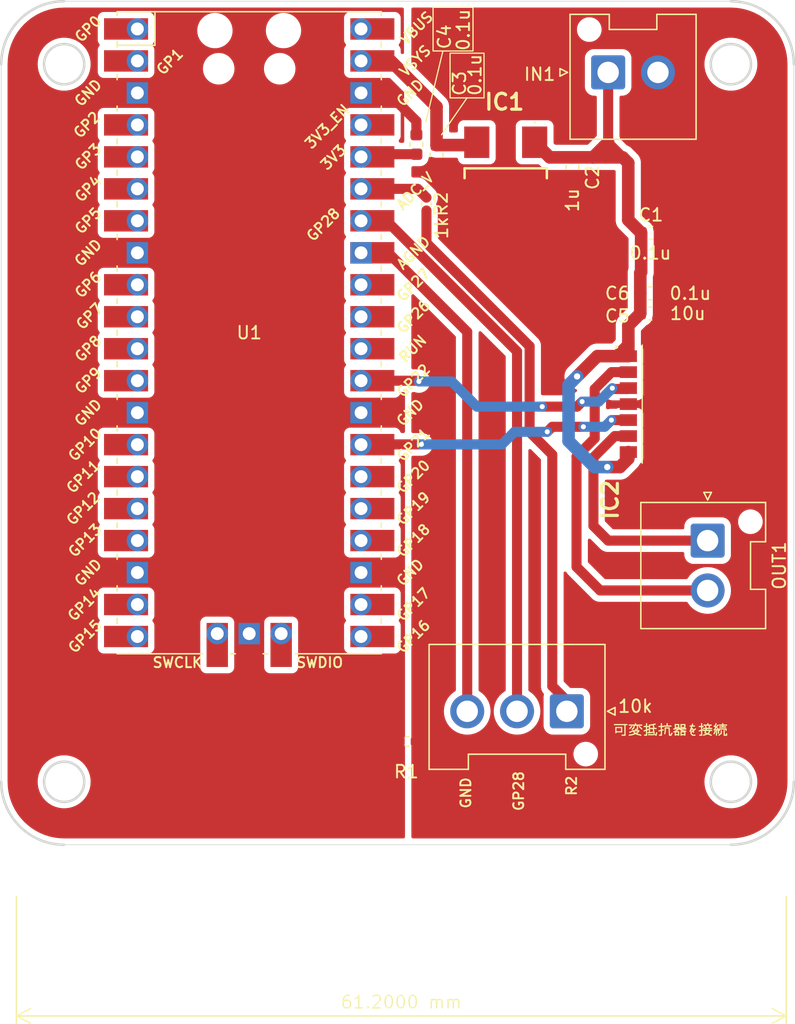
<source format=kicad_pcb>
(kicad_pcb (version 20240108) (generator "pcbnew") (generator_version "8.0")
  (layers (0 "F.Cu" signal) (31 "B.Cu" signal) (34 "B.Paste" user) (35 "F.Paste" user) (36 "B.SilkS" user "B.Silkscreen") (37 "F.SilkS" user "F.Silkscreen") (38 "B.Mask" user) (39 "F.Mask" user) (44 "Edge.Cuts" user))
  (net 0 "")
  (net 1 "GNDPWR")
  (net 3 "VDD")
  (net 8 "+5V")
  (net 9 "+3.3V")
  (net 10 "GND")
  (net 13 "out2")
  (net 15 "out1")
  (net 16 "FIN")
  (net 17 "RIN")
  (net 20 "+3.3VADC")
  (net 25 "Net-(R2-Pad2)")
  (net 36 "Net-(U1-GPIO28_ADC2)")
  (net 39 "GNDA")
  (footprint "Resistor_SMD:R_0402_1005Metric" (layer "F.Cu") (at 100.6 47.91 -90)
    (property "Reference" "R2" (at 0 -1.17 90) (layer "F.SilkS"))
    (property "Value" "1k" (at 1.89 -1.2 90) (layer "F.SilkS"))
    (fp_line (start -0.153641 0.38) (end 0.153641 0.38) (stroke (width 0.12)) (layer "F.SilkS"))
    (fp_line (start -0.153641 -0.38) (end 0.153641 -0.38) (stroke (width 0.12)) (layer "F.SilkS"))
    (pad "1" smd roundrect (at -0.51 0 270) (size 0.54 0.64) (layers "F.Cu" "F.Paste" "F.Mask") (net 20 "+3.3VADC"))
    (pad "2" smd roundrect (at 0.51 0 270) (size 0.54 0.64) (layers "F.Cu" "F.Paste" "F.Mask") (net 25 "Net-(R2-Pad2)"))
  )
  (footprint "Connector_JST:JST_VH_B2P-VH-FB-B_1x02_P3.96mm_Vertical" (layer "F.Cu") (at 115.0425 37.45)
    (property "Reference" "IN1" (hide yes))
    (property "Value" "Conn_01x02_Socket" (hide yes))
    (fp_line (start -3.83 -0.3) (end -3.23 0) (stroke (width 0.12)) (layer "F.SilkS"))
    (fp_line (start -3.83 0.3) (end -3.83 -0.3) (stroke (width 0.12)) (layer "F.SilkS"))
    (fp_line (start -3.23 0) (end -3.83 0.3) (stroke (width 0.12)) (layer "F.SilkS"))
    (fp_line (start -3.03 -4.61) (end 0.09 -4.61) (stroke (width 0.12)) (layer "F.SilkS"))
    (fp_line (start -3.03 5.31) (end -3.03 -4.61) (stroke (width 0.12)) (layer "F.SilkS"))
    (fp_line (start 0.09 -4.61) (end 0.09 -3.41) (stroke (width 0.12)) (layer "F.SilkS"))
    (fp_line (start 0.09 -3.41) (end 3.87 -3.41) (stroke (width 0.12)) (layer "F.SilkS"))
    (fp_line (start 3.87 -4.61) (end 6.99 -4.61) (stroke (width 0.12)) (layer "F.SilkS"))
    (fp_line (start 3.87 -3.41) (end 3.87 -4.61) (stroke (width 0.12)) (layer "F.SilkS"))
    (fp_line (start 6.99 -4.61) (end 6.99 5.31) (stroke (width 0.12)) (layer "F.SilkS"))
    (fp_line (start 6.99 5.31) (end -3.03 5.31) (stroke (width 0.12)) (layer "F.SilkS"))
    (fp_text user "${REFERENCE}" (at -5.4425 0.15 0) (layer "F.SilkS"))
    (pad "" np_thru_hole circle (at -1.5 -3.4) (size 1.45 1.45) (drill 1.45) (layers "*.Cu" "*.Mask"))
    (pad "1" thru_hole roundrect (at 0 0) (size 2.7 2.7) (drill 1.7) (layers "*.Cu" "*.Mask") (roundrect_rratio 0.092593) (net 3 "VDD"))
    (pad "2" thru_hole circle (at 3.96 0) (size 2.7 2.7) (drill 1.7) (layers "*.Cu" "*.Mask") (net 1 "GNDPWR"))
  )
  (footprint "dot_for1_lib:NJM7805SDL1TE1" (layer "F.Cu") (at 106.9 47.055 180)
    (property "Reference" "IC1" (at 0.1 7.255 180) (layer "F.SilkS") (effects (font (size 1.27 1.27) (thickness 0.254))))
    (property "Value" "NJM7805SDL1-TE1" (hide yes))
    (fp_line (start 3.27 1.985) (end 3.27 1.2) (stroke (width 0.2)) (layer "F.SilkS"))
    (fp_line (start -2.3 5.7) (end -2.3 5.7) (stroke (width 0.1)) (layer "F.SilkS"))
    (fp_line (start -2.3 5.6) (end -2.3 5.6) (stroke (width 0.1)) (layer "F.SilkS"))
    (fp_line (start -3.27 1.985) (end 3.27 1.985) (stroke (width 0.2)) (layer "F.SilkS"))
    (fp_line (start -3.27 1.2) (end -3.27 1.985) (stroke (width 0.2)) (layer "F.SilkS"))
    (fp_arc (start -2.3 5.7) (mid -2.35 5.65) (end -2.3 5.6) (stroke (width 0.1)) (layer "F.SilkS"))
    (fp_arc (start -2.3 5.6) (mid -2.25 5.65) (end -2.3 5.7) (stroke (width 0.1)) (layer "F.SilkS"))
    (pad "1" smd rect (at -2.3 4.055 180) (size 2 2.5) (layers "F.Cu" "F.Paste" "F.Mask") (net 3 "VDD"))
    (pad "2" smd rect (at 0 -2.195 270) (size 6 6) (layers "F.Cu" "F.Paste" "F.Mask") (net 1 "GNDPWR"))
    (pad "3" smd rect (at 2.3 4.055 180) (size 2 2.5) (layers "F.Cu" "F.Paste" "F.Mask") (net 8 "+5V"))
  )
  (footprint "Capacitor_SMD:C_0603_1608Metric" (layer "F.Cu") (at 118.44 50.2)
    (property "Reference" "C1" (at 0 -1.43 0) (layer "F.SilkS"))
    (property "Value" "0.1u" (at -0.04 1.6 0) (layer "F.SilkS"))
    (fp_line (start -0.14058 -0.51) (end 0.14058 -0.51) (stroke (width 0.12)) (layer "F.SilkS"))
    (fp_line (start -0.14058 0.51) (end 0.14058 0.51) (stroke (width 0.12)) (layer "F.SilkS"))
    (pad "1" smd roundrect (at -0.775 0) (size 0.9 0.95) (layers "F.Cu" "F.Paste" "F.Mask") (net 3 "VDD"))
    (pad "2" smd roundrect (at 0.775 0) (size 0.9 0.95) (layers "F.Cu" "F.Paste" "F.Mask") (net 1 "GNDPWR"))
  )
  (footprint "dot_for1_lib:BD6222HFPTR" (layer "F.Cu") (at 121.2 63.8 -90)
    (property "Reference" "IC2" (at 7.6 6 -90) (layer "F.SilkS") (effects (font (size 1.27 1.27) (thickness 0.254))))
    (property "Value" "BD6222HFP-TR" (hide yes))
    (fp_line (start -4.6 5.5) (end -4.6 5.5) (stroke (width 0.2)) (layer "F.SilkS"))
    (fp_line (start -4.5 5.5) (end -4.5 5.5) (stroke (width 0.2)) (layer "F.SilkS"))
    (fp_line (start -4.698 3.447) (end 4.698 3.447) (stroke (width 0.1)) (layer "F.SilkS"))
    (fp_arc (start -4.6 5.5) (mid -4.55 5.45) (end -4.5 5.5) (stroke (width 0.2)) (layer "F.SilkS"))
    (fp_arc (start -4.5 5.5) (mid -4.55 5.55) (end -4.6 5.5) (stroke (width 0.2)) (layer "F.SilkS"))
    (pad "1" smd rect (at -3.81 4.553 270) (size 0.93 1.37) (layers "F.Cu" "F.Paste" "F.Mask") (net 3 "VDD"))
    (pad "2" smd rect (at -2.54 4.553 270) (size 0.93 1.37) (layers "F.Cu" "F.Paste" "F.Mask") (net 15 "out1"))
    (pad "3" smd rect (at -1.27 4.553 270) (size 0.93 1.37) (layers "F.Cu" "F.Paste" "F.Mask") (net 16 "FIN"))
    (pad "4" smd rect (at 0 4.553 270) (size 0.93 1.37) (layers "F.Cu" "F.Paste" "F.Mask") (net 1 "GNDPWR"))
    (pad "5" smd rect (at 1.27 4.553 270) (size 0.93 1.37) (layers "F.Cu" "F.Paste" "F.Mask") (net 17 "RIN"))
    (pad "6" smd rect (at 2.54 4.553 270) (size 0.93 1.37) (layers "F.Cu" "F.Paste" "F.Mask") (net 13 "out2"))
    (pad "7" smd rect (at 3.81 4.553 270) (size 0.93 1.37) (layers "F.Cu" "F.Paste" "F.Mask") (net 3 "VDD"))
    (pad "8" smd rect (at 0 -1.572) (size 9 10) (layers "F.Cu" "F.Paste" "F.Mask") (net 1 "GNDPWR"))
  )
  (footprint "Capacitor_SMD:C_0603_1608Metric" (layer "F.Cu") (at 99.8 43.175 -90)
    (property "Reference" "C4" (at -8.55 -2.225 90) (layer "F.SilkS"))
    (property "Value" "0.1u" (at -9.1 -3.725 90) (layer "F.SilkS"))
    (fp_line (start -0.14058 0.51) (end 0.14058 0.51) (stroke (width 0.12)) (layer "F.SilkS"))
    (fp_line (start -0.14058 -0.51) (end 0.14058 -0.51) (stroke (width 0.12)) (layer "F.SilkS"))
    (pad "1" smd roundrect (at -0.775 0 270) (size 0.9 0.95) (layers "F.Cu" "F.Paste" "F.Mask") (net 10 "GND"))
    (pad "2" smd roundrect (at 0.775 0 270) (size 0.9 0.95) (layers "F.Cu" "F.Paste" "F.Mask") (net 9 "+3.3V"))
  )
  (footprint "Capacitor_SMD:C_0603_1608Metric" (layer "F.Cu") (at 101.4 44 -90)
    (property "Reference" "C3" (at -5.675 -1.825 90) (layer "F.SilkS"))
    (property "Value" "0.1u" (at -6.35 -3.05 90) (layer "F.SilkS"))
    (fp_line (start -0.14058 0.51) (end 0.14058 0.51) (stroke (width 0.12)) (layer "F.SilkS"))
    (fp_line (start -0.14058 -0.51) (end 0.14058 -0.51) (stroke (width 0.12)) (layer "F.SilkS"))
    (pad "1" smd roundrect (at -0.775 0 270) (size 0.9 0.95) (layers "F.Cu" "F.Paste" "F.Mask") (net 8 "+5V"))
    (pad "2" smd roundrect (at 0.775 0 270) (size 0.9 0.95) (layers "F.Cu" "F.Paste" "F.Mask") (net 1 "GNDPWR"))
  )
  (footprint "Connector_JST:JST_VH_B2P-VH-FB-B_1x02_P3.96mm_Vertical" (layer "F.Cu") (at 122.95 74.6425 -90)
    (property "Reference" "OUT1" (at 1.98 -5.7 90) (layer "F.SilkS"))
    (property "Value" "Conn_01x02_Socket" (hide yes))
    (fp_line (start -3.03 5.31) (end -3.03 -4.61) (stroke (width 0.12)) (layer "F.SilkS"))
    (fp_line (start 6.99 5.31) (end -3.03 5.31) (stroke (width 0.12)) (layer "F.SilkS"))
    (fp_line (start -3.83 0.3) (end -3.83 -0.3) (stroke (width 0.12)) (layer "F.SilkS"))
    (fp_line (start -3.23 0) (end -3.83 0.3) (stroke (width 0.12)) (layer "F.SilkS"))
    (fp_line (start -3.83 -0.3) (end -3.23 0) (stroke (width 0.12)) (layer "F.SilkS"))
    (fp_line (start 0.09 -3.41) (end 3.87 -3.41) (stroke (width 0.12)) (layer "F.SilkS"))
    (fp_line (start 3.87 -3.41) (end 3.87 -4.61) (stroke (width 0.12)) (layer "F.SilkS"))
    (fp_line (start -3.03 -4.61) (end 0.09 -4.61) (stroke (width 0.12)) (layer "F.SilkS"))
    (fp_line (start 0.09 -4.61) (end 0.09 -3.41) (stroke (width 0.12)) (layer "F.SilkS"))
    (fp_line (start 3.87 -4.61) (end 6.99 -4.61) (stroke (width 0.12)) (layer "F.SilkS"))
    (fp_line (start 6.99 -4.61) (end 6.99 5.31) (stroke (width 0.12)) (layer "F.SilkS"))
    (pad "" np_thru_hole circle (at -1.5 -3.4 270) (size 1.45 1.45) (drill 1.45) (layers "*.Cu" "*.Mask"))
    (pad "1" thru_hole roundrect (at 0 0 270) (size 2.7 2.7) (drill 1.7) (layers "*.Cu" "*.Mask") (roundrect_rratio 0.092593) (net 13 "out2"))
    (pad "2" thru_hole circle (at 3.96 0 270) (size 2.7 2.7) (drill 1.7) (layers "*.Cu" "*.Mask") (net 15 "out1"))
  )
  (footprint "Connector_JST:JST_VH_B3P-VH-FB-B_1x03_P3.96mm_Vertical" (layer "F.Cu") (at 111.76 88.2 180)
    (property "Reference" "RV1" (hide yes))
    (property "Value" "10k" (at -5.44 0.4 0) (layer "F.SilkS"))
    (fp_line (start 10.95 5.31) (end -3.03 5.31) (stroke (width 0.12)) (layer "F.SilkS"))
    (fp_line (start 10.95 -4.61) (end 10.95 5.31) (stroke (width 0.12)) (layer "F.SilkS"))
    (fp_line (start 7.83 -3.41) (end 7.83 -4.61) (stroke (width 0.12)) (layer "F.SilkS"))
    (fp_line (start 7.83 -4.61) (end 10.95 -4.61) (stroke (width 0.12)) (layer "F.SilkS"))
    (fp_line (start 0.09 -3.41) (end 7.83 -3.41) (stroke (width 0.12)) (layer "F.SilkS"))
    (fp_line (start 0.09 -4.61) (end 0.09 -3.41) (stroke (width 0.12)) (layer "F.SilkS"))
    (fp_line (start -3.03 5.31) (end -3.03 -4.61) (stroke (width 0.12)) (layer "F.SilkS"))
    (fp_line (start -3.03 -4.61) (end 0.09 -4.61) (stroke (width 0.12)) (layer "F.SilkS"))
    (fp_line (start -3.23 0) (end -3.83 0.3) (stroke (width 0.12)) (layer "F.SilkS"))
    (fp_line (start -3.83 0.3) (end -3.83 -0.3) (stroke (width 0.12)) (layer "F.SilkS"))
    (fp_line (start -3.83 -0.3) (end -3.23 0) (stroke (width 0.12)) (layer "F.SilkS"))
    (pad "" np_thru_hole circle (at -1.5 -3.4 180) (size 1.45 1.45) (drill 1.45) (layers "*.Cu" "*.Mask"))
    (pad "1" thru_hole roundrect (at 0 0 180) (size 2.7 2.7) (drill 1.7) (layers "*.Cu" "*.Mask") (roundrect_rratio 0.092593) (net 25 "Net-(R2-Pad2)"))
    (pad "2" thru_hole circle (at 3.96 0 180) (size 2.7 2.7) (drill 1.7) (layers "*.Cu" "*.Mask") (net 36 "Net-(U1-GPIO28_ADC2)"))
    (pad "3" thru_hole circle (at 7.92 0 180) (size 2.7 2.7) (drill 1.7) (layers "*.Cu" "*.Mask") (net 39 "GNDA"))
  )
  (footprint "Capacitor_SMD:C_0603_1608Metric" (layer "F.Cu") (at 118.372 55)
    (property "Reference" "C6" (at -2.6 0 0) (layer "F.SilkS"))
    (property "Value" "0.1u" (at 3.2 0 0) (layer "F.SilkS"))
    (fp_line (start -0.14058 -0.51) (end 0.14058 -0.51) (stroke (width 0.12)) (layer "F.SilkS"))
    (fp_line (start -0.14058 0.51) (end 0.14058 0.51) (stroke (width 0.12)) (layer "F.SilkS"))
    (pad "1" smd roundrect (at -0.775 0) (size 0.9 0.95) (layers "F.Cu" "F.Paste" "F.Mask") (net 3 "VDD"))
    (pad "2" smd roundrect (at 0.775 0) (size 0.9 0.95) (layers "F.Cu" "F.Paste" "F.Mask") (net 1 "GNDPWR"))
  )
  (footprint "Resistor_SMD:R_0402_1005Metric" (layer "F.Cu") (at 99.11 90.6)
    (property "Reference" "R1" (at -0.11 2.4 0) (layer "F.SilkS"))
    (property "Value" "0")
    (fp_line (start -0.153641 -0.38) (end 0.153641 -0.38) (stroke (width 0.12)) (layer "F.SilkS"))
    (fp_line (start -0.153641 0.38) (end 0.153641 0.38) (stroke (width 0.12)) (layer "F.SilkS"))
    (pad "1" smd roundrect (at -0.51 0) (size 0.54 0.64) (layers "F.Cu" "F.Paste" "F.Mask") (net 10 "GND"))
    (pad "2" smd roundrect (at 0.51 0) (size 0.54 0.64) (layers "F.Cu" "F.Paste" "F.Mask") (net 1 "GNDPWR"))
  )
  (footprint "Capacitor_SMD:C_0603_1608Metric" (layer "F.Cu") (at 112.2 44.975 -90)
    (property "Reference" "C2" (at 0.825 -1.6 90) (layer "F.SilkS"))
    (property "Value" "1u" (at 2.625 0 90) (layer "F.SilkS"))
    (fp_line (start -0.14058 0.51) (end 0.14058 0.51) (stroke (width 0.12)) (layer "F.SilkS"))
    (fp_line (start -0.14058 -0.51) (end 0.14058 -0.51) (stroke (width 0.12)) (layer "F.SilkS"))
    (pad "1" smd roundrect (at -0.775 0 270) (size 0.9 0.95) (layers "F.Cu" "F.Paste" "F.Mask") (net 3 "VDD"))
    (pad "2" smd roundrect (at 0.775 0 270) (size 0.9 0.95) (layers "F.Cu" "F.Paste" "F.Mask") (net 1 "GNDPWR"))
  )
  (footprint "dot_for1_lib:RPi_Pico_SMD_TH" (layer "F.Cu") (at 86.51 58.13)
    (property "Reference" "U1" (at 0 0 0) (layer "F.SilkS"))
    (property "Value" "Pico")
    (fp_line (start -10.5 -25.5) (end -10.5 -25.2) (stroke (width 0.12)) (layer "F.SilkS"))
    (fp_line (start -10.5 -25.5) (end 10.5 -25.5) (stroke (width 0.12)) (layer "F.SilkS"))
    (fp_line (start -10.5 -23.1) (end -10.5 -22.7) (stroke (width 0.12)) (layer "F.SilkS"))
    (fp_line (start -10.5 -22.833) (end -7.493 -22.833) (stroke (width 0.12)) (layer "F.SilkS"))
    (fp_line (start -10.5 -20.5) (end -10.5 -20.1) (stroke (width 0.12)) (layer "F.SilkS"))
    (fp_line (start -10.5 -18) (end -10.5 -17.6) (stroke (width 0.12)) (layer "F.SilkS"))
    (fp_line (start -10.5 -15.4) (end -10.5 -15) (stroke (width 0.12)) (layer "F.SilkS"))
    (fp_line (start -10.5 -12.9) (end -10.5 -12.5) (stroke (width 0.12)) (layer "F.SilkS"))
    (fp_line (start -10.5 -10.4) (end -10.5 -10) (stroke (width 0.12)) (layer "F.SilkS"))
    (fp_line (start -10.5 -7.8) (end -10.5 -7.4) (stroke (width 0.12)) (layer "F.SilkS"))
    (fp_line (start -10.5 -5.3) (end -10.5 -4.9) (stroke (width 0.12)) (layer "F.SilkS"))
    (fp_line (start -10.5 -2.7) (end -10.5 -2.3) (stroke (width 0.12)) (layer "F.SilkS"))
    (fp_line (start -10.5 -0.2) (end -10.5 0.2) (stroke (width 0.12)) (layer "F.SilkS"))
    (fp_line (start -10.5 2.3) (end -10.5 2.7) (stroke (width 0.12)) (layer "F.SilkS"))
    (fp_line (start -10.5 4.9) (end -10.5 5.3) (stroke (width 0.12)) (layer "F.SilkS"))
    (fp_line (start -10.5 7.4) (end -10.5 7.8) (stroke (width 0.12)) (layer "F.SilkS"))
    (fp_line (start -10.5 10) (end -10.5 10.4) (stroke (width 0.12)) (layer "F.SilkS"))
    (fp_line (start -10.5 12.5) (end -10.5 12.9) (stroke (width 0.12)) (layer "F.SilkS"))
    (fp_line (start -10.5 15.1) (end -10.5 15.5) (stroke (width 0.12)) (layer "F.SilkS"))
    (fp_line (start -10.5 17.6) (end -10.5 18) (stroke (width 0.12)) (layer "F.SilkS"))
    (fp_line (start -10.5 20.1) (end -10.5 20.5) (stroke (width 0.12)) (layer "F.SilkS"))
    (fp_line (start -10.5 22.7) (end -10.5 23.1) (stroke (width 0.12)) (layer "F.SilkS"))
    (fp_line (start -7.493 -22.833) (end -7.493 -25.5) (stroke (width 0.12)) (layer "F.SilkS"))
    (fp_line (start -3.7 25.5) (end -10.5 25.5) (stroke (width 0.12)) (layer "F.SilkS"))
    (fp_line (start -1.5 25.5) (end -1.1 25.5) (stroke (width 0.12)) (layer "F.SilkS"))
    (fp_line (start 1.1 25.5) (end 1.5 25.5) (stroke (width 0.12)) (layer "F.SilkS"))
    (fp_line (start 10.5 -25.5) (end 10.5 -25.2) (stroke (width 0.12)) (layer "F.SilkS"))
    (fp_line (start 10.5 -23.1) (end 10.5 -22.7) (stroke (width 0.12)) (layer "F.SilkS"))
    (fp_line (start 10.5 -20.5) (end 10.5 -20.1) (stroke (width 0.12)) (layer "F.SilkS"))
    (fp_line (start 10.5 -18) (end 10.5 -17.6) (stroke (width 0.12)) (layer "F.SilkS"))
    (fp_line (start 10.5 -15.4) (end 10.5 -15) (stroke (width 0.12)) (layer "F.SilkS"))
    (fp_line (start 10.5 -12.9) (end 10.5 -12.5) (stroke (width 0.12)) (layer "F.SilkS"))
    (fp_line (start 10.5 -10.4) (end 10.5 -10) (stroke (width 0.12)) (layer "F.SilkS"))
    (fp_line (start 10.5 -7.8) (end 10.5 -7.4) (stroke (width 0.12)) (layer "F.SilkS"))
    (fp_line (start 10.5 -5.3) (end 10.5 -4.9) (stroke (width 0.12)) (layer "F.SilkS"))
    (fp_line (start 10.5 -2.7) (end 10.5 -2.3) (stroke (width 0.12)) (layer "F.SilkS"))
    (fp_line (start 10.5 -0.2) (end 10.5 0.2) (stroke (width 0.12)) (layer "F.SilkS"))
    (fp_line (start 10.5 2.3) (end 10.5 2.7) (stroke (width 0.12)) (layer "F.SilkS"))
    (fp_line (start 10.5 4.9) (end 10.5 5.3) (stroke (width 0.12)) (layer "F.SilkS"))
    (fp_line (start 10.5 7.4) (end 10.5 7.8) (stroke (width 0.12)) (layer "F.SilkS"))
    (fp_line (start 10.5 10) (end 10.5 10.4) (stroke (width 0.12)) (layer "F.SilkS"))
    (fp_line (start 10.5 12.5) (end 10.5 12.9) (stroke (width 0.12)) (layer "F.SilkS"))
    (fp_line (start 10.5 15.1) (end 10.5 15.5) (stroke (width 0.12)) (layer "F.SilkS"))
    (fp_line (start 10.5 17.6) (end 10.5 18) (stroke (width 0.12)) (layer "F.SilkS"))
    (fp_line (start 10.5 20.1) (end 10.5 20.5) (stroke (width 0.12)) (layer "F.SilkS"))
    (fp_line (start 10.5 22.7) (end 10.5 23.1) (stroke (width 0.12)) (layer "F.SilkS"))
    (fp_line (start 10.5 25.5) (end 3.7 25.5) (stroke (width 0.12)) (layer "F.SilkS"))
    (fp_text user "GP13" (at -13.054 16.51 45) (layer "F.SilkS") (effects (font (size 0.8 0.8))))
    (fp_text user "GP17" (at 13.054 21.59 45) (layer "F.SilkS") (effects (font (size 0.8 0.8))))
    (fp_text user "GP6" (at -12.8 -3.81 45) (layer "F.SilkS") (effects (font (size 0.8 0.8))))
    (fp_text user "RUN" (at 13 1.27 45) (layer "F.SilkS") (effects (font (size 0.8 0.8))))
    (fp_text user "GP22" (at 13.054 3.81 45) (layer "F.SilkS") (effects (font (size 0.8 0.8))))
    (fp_text user "GND" (at -12.8 19.05 45) (layer "F.SilkS") (effects (font (size 0.8 0.8))))
    (fp_text user "GND" (at -12.8 6.35 45) (layer "F.SilkS") (effects (font (size 0.8 0.8))))
    (fp_text user "GP11" (at -13.2 11.43 45) (layer "F.SilkS") (effects (font (size 0.8 0.8))))
    (fp_text user "AGND" (at 13.054 -6.35 45) (layer "F.SilkS") (effects (font (size 0.8 0.8))))
    (fp_text user "GP18" (at 13.054 16.51 45) (layer "F.SilkS") (effects (font (size 0.8 0.8))))
    (fp_text user "GP8" (at -12.8 1.27 45) (layer "F.SilkS") (effects (font (size 0.8 0.8))))
    (fp_text user "GP5" (at -12.8 -8.89 45) (layer "F.SilkS") (effects (font (size 0.8 0.8))))
    (fp_text user "GP19" (at 13.054 13.97 45) (layer "F.SilkS") (effects (font (size 0.8 0.8))))
    (fp_text user "GP15" (at -13.054 24.13 45) (layer "F.SilkS") (effects (font (size 0.8 0.8))))
    (fp_text user "GP16" (at 13.054 24.13 45) (layer "F.SilkS") (effects (font (size 0.8 0.8))))
    (fp_text user "GP7" (at -12.7 -1.3 45) (layer "F.SilkS") (effects (font (size 0.8 0.8))))
    (fp_text user "GND" (at -12.8 -19.05 45) (layer "F.SilkS") (effects (font (size 0.8 0.8))))
    (fp_text user "GP0" (at -12.8 -24.13 45) (layer "F.SilkS") (effects (font (size 0.8 0.8))))
    (fp_text user "GP10" (at -13.054 8.89 45) (layer "F.SilkS") (effects (font (size 0.8 0.8))))
    (fp_text user "GP21" (at 13.054 8.9 45) (layer "F.SilkS") (effects (font (size 0.8 0.8))))
    (fp_text user "GND" (at 12.8 6.35 45) (layer "F.SilkS") (effects (font (size 0.8 0.8))))
    (fp_text user "VBUS" (at 13.3 -24.2 45) (layer "F.SilkS") (effects (font (size 0.8 0.8))))
    (fp_text user "GP28" (at 5.89 -8.58 45) (layer "F.SilkS") (effects (font (size 0.8 0.8))))
    (fp_text user "VSYS" (at 13.2 -21.59 45) (layer "F.SilkS") (effects (font (size 0.8 0.8))))
    (fp_text user "GP2" (at -12.9 -16.51 45) (layer "F.SilkS") (effects (font (size 0.8 0.8))))
    (fp_text user "GP14" (at -13.1 21.59 45) (layer "F.SilkS") (effects (font (size 0.8 0.8))))
    (fp_text user "GP9" (at -12.8 3.81 45) (layer "F.SilkS") (effects (font (size 0.8 0.8))))
    (fp_text user "GP20" (at 13.054 11.43 45) (layer "F.SilkS") (effects (font (size 0.8 0.8))))
    (fp_text user "ADC_V" (at 13.19 -11.255 45) (layer "F.SilkS") (effects (font (size 0.8 0.8))))
    (fp_text user "GP4" (at -12.8 -11.43 45) (layer "F.SilkS") (effects (font (size 0.8 0.8))))
    (fp_text user "3V3_EN" (at 6.215 -16.38 45) (layer "F.SilkS") (effects (font (size 0.8 0.8))))
    (fp_text user "GP27" (at 13.054 -3.8 45) (layer "F.SilkS") (effects (font (size 0.8 0.8))))
    (fp_text user "3V3" (at 6.69 -13.93 45) (layer "F.SilkS") (effects (font (size 0.8 0.8))))
    (fp_text user "SWDIO" (at 5.6 26.2 0) (layer "F.SilkS") (effects (font (size 0.8 0.8))))
    (fp_text user "GP3" (at -12.8 -13.97 45) (layer "F.SilkS") (effects (font (size 0.8 0.8))))
    (fp_text user "GP1" (at -6.31 -21.53 45) (layer "F.SilkS") (effects (font (size 0.8 0.8))))
    (fp_text user "GND" (at 12.8 -19.05 45) (layer "F.SilkS") (effects (font (size 0.8 0.8))))
    (fp_text user "GP26" (at 13.054 -1.27 45) (layer "F.SilkS") (effects (font (size 0.8 0.8))))
    (fp_text user "GP12" (at -13.2 13.97 45) (layer "F.SilkS") (effects (font (size 0.8 0.8))))
    (fp_text user "GND" (at 12.8 19.05 45) (layer "F.SilkS") (effects (font (size 0.8 0.8))))
    (fp_text user "SWCLK" (at -5.7 26.2 0) (layer "F.SilkS") (effects (font (size 0.8 0.8))))
    (fp_text user "GND" (at -12.8 -6.35 45) (layer "F.SilkS") (effects (font (size 0.8 0.8))))
    (pad "" np_thru_hole oval (at -2.725 -24) (size 1.8 1.8) (drill 1.8) (layers "*.Cu" "*.Mask"))
    (pad "" np_thru_hole oval (at -2.425 -20.97) (size 1.5 1.5) (drill 1.5) (layers "*.Cu" "*.Mask"))
    (pad "" np_thru_hole oval (at 2.425 -20.97) (size 1.5 1.5) (drill 1.5) (layers "*.Cu" "*.Mask"))
    (pad "" np_thru_hole oval (at 2.725 -24) (size 1.8 1.8) (drill 1.8) (layers "*.Cu" "*.Mask"))
    (pad "1" thru_hole oval (at -8.89 -24.13) (size 1.7 1.7) (drill 1.02) (layers "*.Cu" "*.Mask"))
    (pad "1" smd rect (at -8.89 -24.13) (size 3.5 1.7) (drill (offset -0.9 0)) (layers "F.Cu" "F.Mask"))
    (pad "2" thru_hole oval (at -8.89 -21.59) (size 1.7 1.7) (drill 1.02) (layers "*.Cu" "*.Mask"))
    (pad "2" smd rect (at -8.89 -21.59) (size 3.5 1.7) (drill (offset -0.9 0)) (layers "F.Cu" "F.Mask"))
    (pad "3" thru_hole rect (at -8.89 -19.05) (size 1.7 1.7) (drill 1.02) (layers "*.Cu" "*.Mask") (net 10 "GND"))
    (pad "3" smd rect (at -8.89 -19.05) (size 3.5 1.7) (drill (offset -0.9 0)) (layers "F.Cu" "F.Mask") (net 10 "GND"))
    (pad "4" thru_hole oval (at -8.89 -16.51) (size 1.7 1.7) (drill 1.02) (layers "*.Cu" "*.Mask"))
    (pad "4" smd rect (at -8.89 -16.51) (size 3.5 1.7) (drill (offset -0.9 0)) (layers "F.Cu" "F.Mask"))
    (pad "5" thru_hole oval (at -8.89 -13.97) (size 1.7 1.7) (drill 1.02) (layers "*.Cu" "*.Mask"))
    (pad "5" smd rect (at -8.89 -13.97) (size 3.5 1.7) (drill (offset -0.9 0)) (layers "F.Cu" "F.Mask"))
    (pad "6" thru_hole oval (at -8.89 -11.43) (size 1.7 1.7) (drill 1.02) (layers "*.Cu" "*.Mask"))
    (pad "6" smd rect (at -8.89 -11.43) (size 3.5 1.7) (drill (offset -0.9 0)) (layers "F.Cu" "F.Mask"))
    (pad "7" thru_hole oval (at -8.89 -8.89) (size 1.7 1.7) (drill 1.02) (layers "*.Cu" "*.Mask"))
    (pad "7" smd rect (at -8.89 -8.89) (size 3.5 1.7) (drill (offset -0.9 0)) (layers "F.Cu" "F.Mask"))
    (pad "8" thru_hole rect (at -8.89 -6.35) (size 1.7 1.7) (drill 1.02) (layers "*.Cu" "*.Mask") (net 10 "GND"))
    (pad "8" smd rect (at -8.89 -6.35) (size 3.5 1.7) (drill (offset -0.9 0)) (layers "F.Cu" "F.Mask") (net 10 "GND"))
    (pad "9" thru_hole oval (at -8.89 -3.81) (size 1.7 1.7) (drill 1.02) (layers "*.Cu" "*.Mask"))
    (pad "9" smd rect (at -8.89 -3.81) (size 3.5 1.7) (drill (offset -0.9 0)) (layers "F.Cu" "F.Mask"))
    (pad "10" thru_hole oval (at -8.89 -1.27) (size 1.7 1.7) (drill 1.02) (layers "*.Cu" "*.Mask"))
    (pad "10" smd rect (at -8.89 -1.27) (size 3.5 1.7) (drill (offset -0.9 0)) (layers "F.Cu" "F.Mask"))
    (pad "11" thru_hole oval (at -8.89 1.27) (size 1.7 1.7) (drill 1.02) (layers "*.Cu" "*.Mask"))
    (pad "11" smd rect (at -8.89 1.27) (size 3.5 1.7) (drill (offset -0.9 0)) (layers "F.Cu" "F.Mask"))
    (pad "12" thru_hole oval (at -8.89 3.81) (size 1.7 1.7) (drill 1.02) (layers "*.Cu" "*.Mask"))
    (pad "12" smd rect (at -8.89 3.81) (size 3.5 1.7) (drill (offset -0.9 0)) (layers "F.Cu" "F.Mask"))
    (pad "13" thru_hole rect (at -8.89 6.35) (size 1.7 1.7) (drill 1.02) (layers "*.Cu" "*.Mask") (net 10 "GND"))
    (pad "13" smd rect (at -8.89 6.35) (size 3.5 1.7) (drill (offset -0.9 0)) (layers "F.Cu" "F.Mask") (net 10 "GND"))
    (pad "14" thru_hole oval (at -8.89 8.89) (size 1.7 1.7) (drill 1.02) (layers "*.Cu" "*.Mask"))
    (pad "14" smd rect (at -8.89 8.89) (size 3.5 1.7) (drill (offset -0.9 0)) (layers "F.Cu" "F.Mask"))
    (pad "15" thru_hole oval (at -8.89 11.43) (size 1.7 1.7) (drill 1.02) (layers "*.Cu" "*.Mask"))
    (pad "15" smd rect (at -8.89 11.43) (size 3.5 1.7) (drill (offset -0.9 0)) (layers "F.Cu" "F.Mask"))
    (pad "16" thru_hole oval (at -8.89 13.97) (size 1.7 1.7) (drill 1.02) (layers "*.Cu" "*.Mask"))
    (pad "16" smd rect (at -8.89 13.97) (size 3.5 1.7) (drill (offset -0.9 0)) (layers "F.Cu" "F.Mask"))
    (pad "17" thru_hole oval (at -8.89 16.51) (size 1.7 1.7) (drill 1.02) (layers "*.Cu" "*.Mask"))
    (pad "17" smd rect (at -8.89 16.51) (size 3.5 1.7) (drill (offset -0.9 0)) (layers "F.Cu" "F.Mask"))
    (pad "18" thru_hole rect (at -8.89 19.05) (size 1.7 1.7) (drill 1.02) (layers "*.Cu" "*.Mask") (net 10 "GND"))
    (pad "18" smd rect (at -8.89 19.05) (size 3.5 1.7) (drill (offset -0.9 0)) (layers "F.Cu" "F.Mask") (net 10 "GND"))
    (pad "19" thru_hole oval (at -8.89 21.59) (size 1.7 1.7) (drill 1.02) (layers "*.Cu" "*.Mask"))
    (pad "19" smd rect (at -8.89 21.59) (size 3.5 1.7) (drill (offset -0.9 0)) (layers "F.Cu" "F.Mask"))
    (pad "20" thru_hole oval (at -8.89 24.13) (size 1.7 1.7) (drill 1.02) (layers "*.Cu" "*.Mask"))
    (pad "20" smd rect (at -8.89 24.13) (size 3.5 1.7) (drill (offset -0.9 0)) (layers "F.Cu" "F.Mask"))
    (pad "21" thru_hole oval (at 8.89 24.13) (size 1.7 1.7) (drill 1.02) (layers "*.Cu" "*.Mask"))
    (pad "21" smd rect (at 8.89 24.13) (size 3.5 1.7) (drill (offset 0.9 0)) (layers "F.Cu" "F.Mask"))
    (pad "22" thru_hole oval (at 8.89 21.59) (size 1.7 1.7) (drill 1.02) (layers "*.Cu" "*.Mask"))
    (pad "22" smd rect (at 8.89 21.59) (size 3.5 1.7) (drill (offset 0.9 0)) (layers "F.Cu" "F.Mask"))
    (pad "23" thru_hole rect (at 8.89 19.05) (size 1.7 1.7) (drill 1.02) (layers "*.Cu" "*.Mask") (net 10 "GND"))
    (pad "23" smd rect (at 8.89 19.05) (size 3.5 1.7) (drill (offset 0.9 0)) (layers "F.Cu" "F.Mask") (net 10 "GND"))
    (pad "24" thru_hole oval (at 8.89 16.51) (size 1.7 1.7) (drill 1.02) (layers "*.Cu" "*.Mask"))
    (pad "24" smd rect (at 8.89 16.51) (size 3.5 1.7) (drill (offset 0.9 0)) (layers "F.Cu" "F.Mask"))
    (pad "25" thru_hole oval (at 8.89 13.97) (size 1.7 1.7) (drill 1.02) (layers "*.Cu" "*.Mask"))
    (pad "25" smd rect (at 8.89 13.97) (size 3.5 1.7) (drill (offset 0.9 0)) (layers "F.Cu" "F.Mask"))
    (pad "26" thru_hole oval (at 8.89 11.43) (size 1.7 1.7) (drill 1.02) (layers "*.Cu" "*.Mask"))
    (pad "26" smd rect (at 8.89 11.43) (size 3.5 1.7) (drill (offset 0.9 0)) (layers "F.Cu" "F.Mask"))
    (pad "27" thru_hole oval (at 8.89 8.89) (size 1.7 1.7) (drill 1.02) (layers "*.Cu" "*.Mask") (net 17 "RIN"))
    (pad "27" smd rect (at 8.89 8.89) (size 3.5 1.7) (drill (offset 0.9 0)) (layers "F.Cu" "F.Mask") (net 17 "RIN"))
    (pad "28" thru_hole rect (at 8.89 6.35) (size 1.7 1.7) (drill 1.02) (layers "*.Cu" "*.Mask") (net 10 "GND"))
    (pad "28" smd rect (at 8.89 6.35) (size 3.5 1.7) (drill (offset 0.9 0)) (layers "F.Cu" "F.Mask") (net 10 "GND"))
    (pad "29" thru_hole oval (at 8.89 3.81) (size 1.7 1.7) (drill 1.02) (layers "*.Cu" "*.Mask") (net 16 "FIN"))
    (pad "29" smd rect (at 8.89 3.81) (size 3.5 1.7) (drill (offset 0.9 0)) (layers "F.Cu" "F.Mask") (net 16 "FIN"))
    (pad "30" thru_hole oval (at 8.89 1.27) (size 1.7 1.7) (drill 1.02) (layers "*.Cu" "*.Mask"))
    (pad "30" smd rect (at 8.89 1.27) (size 3.5 1.7) (drill (offset 0.9 0)) (layers "F.Cu" "F.Mask"))
    (pad "31" thru_hole oval (at 8.89 -1.27) (size 1.7 1.7) (drill 1.02) (layers "*.Cu" "*.Mask"))
    (pad "31" smd rect (at 8.89 -1.27) (size 3.5 1.7) (drill (offset 0.9 0)) (layers "F.Cu" "F.Mask"))
    (pad "32" thru_hole oval (at 8.89 -3.81) (size 1.7 1.7) (drill 1.02) (layers "*.Cu" "*.Mask"))
    (pad "32" smd rect (at 8.89 -3.81) (size 3.5 1.7) (drill (offset 0.9 0)) (layers "F.Cu" "F.Mask"))
    (pad "33" thru_hole rect (at 8.89 -6.35) (size 1.7 1.7) (drill 1.02) (layers "*.Cu" "*.Mask") (net 39 "GNDA"))
    (pad "33" smd rect (at 8.89 -6.35) (size 3.5 1.7) (drill (offset 0.9 0)) (layers "F.Cu" "F.Mask") (net 39 "GNDA"))
    (pad "34" thru_hole oval (at 8.89 -8.89) (size 1.7 1.7) (drill 1.02) (layers "*.Cu" "*.Mask") (net 36 "Net-(U1-GPIO28_ADC2)"))
    (pad "34" smd rect (at 8.89 -8.89) (size 3.5 1.7) (drill (offset 0.9 0)) (layers "F.Cu" "F.Mask") (net 36 "Net-(U1-GPIO28_ADC2)"))
    (pad "35" thru_hole oval (at 8.89 -11.43) (size 1.7 1.7) (drill 1.02) (layers "*.Cu" "*.Mask") (net 20 "+3.3VADC"))
    (pad "35" smd rect (at 8.89 -11.43) (size 3.5 1.7) (drill (offset 0.9 0)) (layers "F.Cu" "F.Mask") (net 20 "+3.3VADC"))
    (pad "36" thru_hole oval (at 8.89 -13.97) (size 1.7 1.7) (drill 1.02) (layers "*.Cu" "*.Mask") (net 9 "+3.3V"))
    (pad "36" smd rect (at 8.89 -13.97) (size 3.5 1.7) (drill (offset 0.9 0)) (layers "F.Cu" "F.Mask") (net 9 "+3.3V"))
    (pad "37" thru_hole oval (at 8.89 -16.51) (size 1.7 1.7) (drill 1.02) (layers "*.Cu" "*.Mask"))
    (pad "37" smd rect (at 8.89 -16.51) (size 3.5 1.7) (drill (offset 0.9 0)) (layers "F.Cu" "F.Mask"))
    (pad "38" thru_hole rect (at 8.89 -19.05) (size 1.7 1.7) (drill 1.02) (layers "*.Cu" "*.Mask") (net 10 "GND"))
    (pad "38" smd rect (at 8.89 -19.05) (size 3.5 1.7) (drill (offset 0.9 0)) (layers "F.Cu" "F.Mask") (net 10 "GND"))
    (pad "39" thru_hole oval (at 8.89 -21.59) (size 1.7 1.7) (drill 1.02) (layers "*.Cu" "*.Mask") (net 8 "+5V"))
    (pad "39" smd rect (at 8.89 -21.59) (size 3.5 1.7) (drill (offset 0.9 0)) (layers "F.Cu" "F.Mask") (net 8 "+5V"))
    (pad "40" thru_hole oval (at 8.89 -24.13) (size 1.7 1.7) (drill 1.02) (layers "*.Cu" "*.Mask"))
    (pad "40" smd rect (at 8.89 -24.13) (size 3.5 1.7) (drill (offset 0.9 0)) (layers "F.Cu" "F.Mask"))
    (pad "41" thru_hole oval (at -2.54 23.9) (size 1.7 1.7) (drill 1.02) (layers "*.Cu" "*.Mask"))
    (pad "41" smd rect (at -2.54 23.9 90) (size 3.5 1.7) (drill (offset -0.9 0)) (layers "F.Cu" "F.Mask"))
    (pad "42" thru_hole rect (at 0 23.9) (size 1.7 1.7) (drill 1.02) (layers "*.Cu" "*.Mask") (net 10 "GND"))
    (pad "42" smd rect (at 0 23.9 90) (size 3.5 1.7) (drill (offset -0.9 0)) (layers "F.Cu" "F.Mask") (net 10 "GND"))
    (pad "43" thru_hole oval (at 2.54 23.9) (size 1.7 1.7) (drill 1.02) (layers "*.Cu" "*.Mask"))
    (pad "43" smd rect (at 2.54 23.9 90) (size 3.5 1.7) (drill (offset -0.9 0)) (layers "F.Cu" "F.Mask"))
  )
  (footprint "Capacitor_SMD:C_0603_1608Metric" (layer "F.Cu") (at 118.372 56.6)
    (property "Reference" "C5" (at -2.6 0.2 0) (layer "F.SilkS"))
    (property "Value" "10u" (at 3 0 0) (layer "F.SilkS"))
    (fp_line (start -0.14058 -0.51) (end 0.14058 -0.51) (stroke (width 0.12)) (layer "F.SilkS"))
    (fp_line (start -0.14058 0.51) (end 0.14058 0.51) (stroke (width 0.12)) (layer "F.SilkS"))
    (pad "1" smd roundrect (at -0.775 0) (size 0.9 0.95) (layers "F.Cu" "F.Paste" "F.Mask") (net 3 "VDD"))
    (pad "2" smd roundrect (at 0.775 0) (size 0.9 0.95) (layers "F.Cu" "F.Paste" "F.Mask") (net 1 "GNDPWR"))
  )
  (gr_rect (start 101.125 32.275) (end 104.3 35.75) (stroke (width 0.1)) (fill none) (layer "F.SilkS"))
  (gr_line (start 100.55 41.375) (end 101.9 35.775) (stroke (width 0.1)) (layer "F.SilkS"))
  (gr_rect (start 102.475 35.925) (end 105.175 39.475) (stroke (width 0.1)) (fill none) (layer "F.SilkS"))
  (gr_line (start 101.8 42.4) (end 103.825 39.475) (stroke (width 0.1)) (layer "F.SilkS"))
  (gr_line (start 129.8 93.8) (end 129.8 36.8) (stroke (width 0.05)) (layer "Edge.Cuts"))
  (gr_circle (center 71.8 36.8) (end 73.4 36.8) (stroke (width 0.2)) (fill none) (layer "Edge.Cuts"))
  (gr_arc (start 66.8 36.8) (mid 68.264466 33.264466) (end 71.8 31.8) (stroke (width 0.2)) (layer "Edge.Cuts"))
  (gr_arc (start 124.8 31.8) (mid 128.335534 33.264466) (end 129.8 36.8) (stroke (width 0.2)) (layer "Edge.Cuts"))
  (gr_line (start 124.8 31.8) (end 71.8 31.8) (stroke (width 0.05)) (layer "Edge.Cuts"))
  (gr_line (start 66.8 36.8) (end 66.8 93.8) (stroke (width 0.05)) (layer "Edge.Cuts"))
  (gr_arc (start 71.8 98.8) (mid 68.264466 97.335534) (end 66.8 93.8) (stroke (width 0.2)) (layer "Edge.Cuts"))
  (gr_circle (center 124.8 36.8) (end 126.4 36.8) (stroke (width 0.2)) (fill none) (layer "Edge.Cuts"))
  (gr_circle (center 124.8 93.8) (end 126.4 93.8) (stroke (width 0.2)) (fill none) (layer "Edge.Cuts"))
  (gr_arc (start 129.8 93.8) (mid 128.335534 97.335534) (end 124.8 98.8) (stroke (width 0.2)) (layer "Edge.Cuts"))
  (gr_line (start 124.8 98.8) (end 71.8 98.8) (stroke (width 0.05)) (layer "Edge.Cuts"))
  (gr_circle (center 71.8 93.8) (end 73.4 93.8) (stroke (width 0.2)) (fill none) (layer "Edge.Cuts"))
  (gr_text "GND" (at 104.2 96 90) (layer "F.SilkS") (effects (font (size 0.8 0.8) (thickness 0.15) (bold yes)) (justify left bottom)))
  (gr_text "可変抵抗器を接続" (at 115.4 90.2 0) (layer "F.SilkS") (effects (font (size 0.8 0.8) (thickness 0.1)) (justify left bottom)))
  (gr_text "GP28\n" (at 108.4 96.2 90) (layer "F.SilkS") (effects (font (size 0.8 0.8) (thickness 0.15) (bold yes)) (justify left bottom)))
  (gr_text "R2" (at 112.6 95 90) (layer "F.SilkS") (effects (font (size 0.8 0.8) (thickness 0.15) (bold yes)) (justify left bottom)))
  (dimension (type aligned) (layer "F.SilkS") (pts (xy 68 102.4) (xy 129.2 102.4)) (height 10) (gr_text "61.2000 mm" (at 98.6 111.3 0) (layer "F.SilkS") (effects (font (size 1 1) (thickness 0.1)))) (format (prefix "") (suffix "") (units 3) (units_format 1) (precision 4)) (style (thickness 0.1) (arrow_length 1.27) (text_position_mode 0) (extension_height 0.58642) (extension_offset 0.5) keep_text_aligned))
  (segment (start 106.9 49.25) (end 108.55 49.25) (width 1) (layer "F.Cu") (net 1))
  (segment (start 114.182 59.99) (end 112.572 61.6) (width 1) (layer "F.Cu") (net 3))
  (segment (start 115.972 68.8) (end 114.972 68.8) (width 1) (layer "F.Cu") (net 3))
  (segment (start 116.2 44.2) (end 114.8 44.2) (width 1) (layer "F.Cu") (net 3))
  (segment (start 113.8 44.2) (end 113.8425 44.2) (width 1) (layer "F.Cu") (net 3))
  (segment (start 116.64 44.64) (end 116.2 44.2) (width 1) (layer "F.Cu") (net 3))
  (segment (start 117.665 50.2) (end 116.64 49.175) (width 1) (layer "F.Cu") (net 3))
  (segment (start 112.2 44.2) (end 110.4 44.2) (width 1) (layer "F.Cu") (net 3))
  (segment (start 110.4 44.2) (end 109.2 43) (width 1) (layer "F.Cu") (net 3))
  (segment (start 114.8 44.2) (end 113.8 44.2) (width 1) (layer "F.Cu") (net 3))
  (segment (start 115.0425 43) (end 115.0425 43.9575) (width 0.8) (layer "F.Cu") (net 3))
  (segment (start 116.647 59.99) (end 116.647 59) (width 1) (layer "F.Cu") (net 3))
  (segment (start 113.8425 44.2) (end 115.0425 43) (width 1) (layer "F.Cu") (net 3))
  (segment (start 115.0425 43) (end 115.0425 43.0425) (width 0.8) (layer "F.Cu") (net 3))
  (segment (start 116.647 59) (end 116.647 59.115) (width 1) (layer "F.Cu") (net 3))
  (segment (start 116.647 59.115) (end 115.772 59.99) (width 1) (layer "F.Cu") (net 3))
  (segment (start 116.647 57.55) (end 117.597 56.6) (width 1) (layer "F.Cu") (net 3))
  (segment (start 115.772 59.99) (end 114.182 59.99) (width 1) (layer "F.Cu") (net 3))
  (segment (start 116.647 59.99) (end 115.772 59.99) (width 1) (layer "F.Cu") (net 3))
  (segment (start 116.647 67.61) (end 116.647 68.125) (width 1) (layer "F.Cu") (net 3))
  (segment (start 117.665 53.307) (end 117.597 53.375) (width 1) (layer "F.Cu") (net 3))
  (segment (start 115.0425 37.45) (end 115.0425 43) (width 0.8) (layer "F.Cu") (net 3))
  (segment (start 117.665 50.2) (end 117.665 53.307) (width 1) (layer "F.Cu") (net 3))
  (segment (start 117.597 55) (end 117.597 56.6) (width 1) (layer "F.Cu") (net 3))
  (segment (start 117.597 53.375) (end 117.597 55) (width 1) (layer "F.Cu") (net 3))
  (segment (start 115.0425 43.9575) (end 114.8 44.2) (width 0.8) (layer "F.Cu") (net 3))
  (segment (start 113.8 44.2) (end 112.2 44.2) (width 1) (layer "F.Cu") (net 3))
  (segment (start 116.647 68.125) (end 115.972 68.8) (width 1) (layer "F.Cu") (net 3))
  (segment (start 115.0425 43.0425) (end 116.2 44.2) (width 0.8) (layer "F.Cu") (net 3))
  (segment (start 116.647 59) (end 116.647 57.55) (width 1) (layer "F.Cu") (net 3))
  (segment (start 116.64 49.175) (end 116.64 44.64) (width 1) (layer "F.Cu") (net 3))
  (via (at 112.572 61.6) (size 0.8) (drill 0.5) (layers "F.Cu" "B.Cu") (net 3))
  (via (at 114.972 68.8) (size 0.8) (drill 0.5) (layers "F.Cu" "B.Cu") (net 3))
  (segment (start 111.895996 62.276004) (end 111.895996 66.73821) (width 1) (layer "B.Cu") (net 3))
  (segment (start 111.895996 66.73821) (end 113.957786 68.8) (width 1) (layer "B.Cu") (net 3))
  (segment (start 113.957786 68.8) (end 114.972 68.8) (width 1) (layer "B.Cu") (net 3))
  (segment (start 112.572 61.6) (end 111.895996 62.276004) (width 1) (layer "B.Cu") (net 3))
  (segment (start 101.4 43.225) (end 104.375 43.225) (width 1) (layer "F.Cu") (net 8))
  (segment (start 101.4 40.18) (end 101.4 43.225) (width 1) (layer "F.Cu") (net 8))
  (segment (start 104.375 43.225) (end 104.6 43) (width 1) (layer "F.Cu") (net 8))
  (segment (start 97.76 36.54) (end 101.4 40.18) (width 1) (layer "F.Cu") (net 8))
  (segment (start 95.4 36.54) (end 97.76 36.54) (width 1) (layer "F.Cu") (net 8))
  (segment (start 95.61 43.95) (end 95.4 44.16) (width 0.8) (layer "F.Cu") (net 9))
  (segment (start 99.8 43.95) (end 95.61 43.95) (width 0.8) (layer "F.Cu") (net 9))
  (segment (start 99.8 42.4) (end 99.8 41.52) (width 0.8) (layer "F.Cu") (net 10))
  (segment (start 97.56 39.08) (end 98.84 40.36) (width 0.8) (layer "F.Cu") (net 10))
  (segment (start 99.8 41.32) (end 98.84 40.36) (width 0.8) (layer "F.Cu") (net 10))
  (segment (start 99.8 41.32) (end 99.8 41.8) (width 0.8) (layer "F.Cu") (net 10))
  (segment (start 95.4 39.08) (end 97.56 39.08) (width 0.8) (layer "F.Cu") (net 10))
  (segment (start 115.0425 74.6425) (end 114.4 74) (width 0.8) (layer "F.Cu") (net 13))
  (segment (start 113.872 68.035) (end 113.872 73.472) (width 0.8) (layer "F.Cu") (net 13))
  (segment (start 113.872 73.472) (end 114.4 74) (width 0.8) (layer "F.Cu") (net 13))
  (segment (start 116.647 66.34) (end 115.567 66.34) (width 0.8) (layer "F.Cu") (net 13))
  (segment (start 115.567 66.34) (end 113.872 68.035) (width 0.8) (layer "F.Cu") (net 13))
  (segment (start 122.95 74.6425) (end 115.0425 74.6425) (width 0.8) (layer "F.Cu") (net 13))
  (segment (start 122.95 78.6025) (end 114.4025 78.6025) (width 0.8) (layer "F.Cu") (net 15))
  (segment (start 115.312 61.26) (end 116.647 61.26) (width 0.8) (layer "F.Cu") (net 15))
  (segment (start 114.4025 78.6025) (end 112.5295 76.7295) (width 0.8) (layer "F.Cu") (net 15))
  (segment (start 113.972 66.520786) (end 113.972 62.6) (width 0.8) (layer "F.Cu") (net 15))
  (segment (start 112.5295 67.963286) (end 113.972 66.520786) (width 0.8) (layer "F.Cu") (net 15))
  (segment (start 112.5295 76.7295) (end 112.5295 67.963286) (width 0.8) (layer "F.Cu") (net 15))
  (segment (start 113.972 62.6) (end 115.312 61.26) (width 0.8) (layer "F.Cu") (net 15))
  (segment (start 116.647 62.53) (end 116.577 62.6) (width 0.8) (layer "F.Cu") (net 16))
  (segment (start 112.572 64) (end 112.972 63.6) (width 0.8) (layer "F.Cu") (net 16))
  (segment (start 95.4 61.94) (end 99.94 61.94) (width 0.8) (layer "F.Cu") (net 16))
  (segment (start 116.577 62.6) (end 115.442 62.6) (width 0.8) (layer "F.Cu") (net 16))
  (segment (start 115.442 62.6) (end 115.414107 62.572107) (width 0.8) (layer "F.Cu") (net 16))
  (segment (start 99.94 61.94) (end 100 62) (width 0.8) (layer "F.Cu") (net 16))
  (segment (start 109.8 64) (end 112.572 64) (width 0.8) (layer "F.Cu") (net 16))
  (via (at 109.8 64) (size 0.6) (drill 0.4) (layers "F.Cu" "B.Cu") (net 16))
  (via (at 112.972 63.6) (size 0.6) (drill 0.4) (layers "F.Cu" "B.Cu") (net 16))
  (via (at 100 62) (size 0.6) (drill 0.4) (layers "F.Cu" "B.Cu") (net 16))
  (via (at 115.372 62.53) (size 0.6) (drill 0.4) (layers "F.Cu" "B.Cu") (net 16))
  (segment (start 100 62) (end 102.61 62) (width 0.8) (layer "B.Cu") (net 16))
  (segment (start 102.61 62) (end 104.61 64) (width 0.8) (layer "B.Cu") (net 16))
  (segment (start 104.61 64) (end 109.8 64) (width 0.8) (layer "B.Cu") (net 16))
  (segment (start 95.4 62) (end 95.4 61.94) (width 0.8) (layer "B.Cu") (net 16))
  (segment (start 115.372 62.53) (end 114.302 63.6) (width 0.8) (layer "B.Cu") (net 16))
  (segment (start 114.302 63.6) (end 112.995996 63.6) (width 0.8) (layer "B.Cu") (net 16))
  (segment (start 110.6 65.6) (end 112.972 65.6) (width 0.8) (layer "F.Cu") (net 17))
  (segment (start 95.42 67) (end 100.2 67) (width 0.8) (layer "F.Cu") (net 17))
  (segment (start 116.647 65.07) (end 115.302 65.07) (width 0.8) (layer "F.Cu") (net 17))
  (segment (start 95.4 67.02) (end 95.42 67) (width 0.8) (layer "F.Cu") (net 17))
  (segment (start 110.2 66) (end 110.6 65.6) (width 0.8) (layer "F.Cu") (net 17))
  (via (at 110.2 66) (size 0.6) (drill 0.4) (layers "F.Cu" "B.Cu") (net 17))
  (via (at 115.302 65.07) (size 0.6) (drill 0.4) (layers "F.Cu" "B.Cu") (net 17))
  (via (at 100.2 67) (size 0.6) (drill 0.4) (layers "F.Cu" "B.Cu") (net 17))
  (via (at 113.072 65.6) (size 0.6) (drill 0.4) (layers "F.Cu" "B.Cu") (net 17))
  (segment (start 114.772 65.6) (end 115.302 65.07) (width 0.8) (layer "B.Cu") (net 17))
  (segment (start 106.6 67) (end 107.6 66) (width 0.8) (layer "B.Cu") (net 17))
  (segment (start 107.6 66) (end 110.2 66) (width 0.8) (layer "B.Cu") (net 17))
  (segment (start 100.2 67) (end 106.6 67) (width 0.8) (layer "B.Cu") (net 17))
  (segment (start 113.072 65.6) (end 113.048004 65.623996) (width 0.3) (layer "B.Cu") (net 17))
  (segment (start 113.072 65.6) (end 114.772 65.6) (width 0.8) (layer "B.Cu") (net 17))
  (segment (start 99.9 46.7) (end 100.6 47.4) (width 0.8) (layer "F.Cu") (net 20))
  (segment (start 95.4 46.7) (end 99.9 46.7) (width 0.8) (layer "F.Cu") (net 20))
  (segment (start 111.5295 87.9695) (end 111.5295 87.1295) (width 0.8) (layer "F.Cu") (net 25))
  (segment (start 108.8 59.2) (end 106.8 57.2) (width 0.8) (layer "F.Cu") (net 25))
  (segment (start 111.76 88.2) (end 111.5295 87.9695) (width 0.8) (layer "F.Cu") (net 25))
  (segment (start 100.6 48.42) (end 100.6 51) (width 0.8) (layer "F.Cu") (net 25))
  (segment (start 100.6 51) (end 106.8 57.2) (width 0.8) (layer "F.Cu") (net 25))
  (segment (start 110.6 67.814214) (end 108.8 66.014214) (width 0.8) (layer "F.Cu") (net 25))
  (segment (start 108.8 66.014214) (end 108.8 59.2) (width 0.8) (layer "F.Cu") (net 25))
  (segment (start 111.5295 87.1295) (end 110.6 86.2) (width 0.8) (layer "F.Cu") (net 25))
  (segment (start 110.6 86.2) (end 110.6 67.814214) (width 0.8) (layer "F.Cu") (net 25))
  (segment (start 107.8 59.614214) (end 97.425786 49.24) (width 0.8) (layer "F.Cu") (net 36))
  (segment (start 97.425786 49.24) (end 95.4 49.24) (width 0.8) (layer "F.Cu") (net 36))
  (segment (start 107.8 88.2) (end 107.8 59.614214) (width 0.8) (layer "F.Cu") (net 36))
  (segment (start 103.84 88.2) (end 103.84 58.06) (width 0.8) (layer "F.Cu") (net 39))
  (segment (start 97.56 51.78) (end 95.4 51.78) (width 0.8) (layer "F.Cu") (net 39))
  (segment (start 103.84 58.06) (end 97.56 51.78) (width 0.8) (layer "F.Cu") (net 39))
  (zone (net 10) (net_name "GND") (layer "F.Cu") (connect_pads yes (clearance 0.5)) (min_thickness 0.25) (fill yes (thermal_gap 0.5) (thermal_bridge_width 0.5))
    (polygon (pts (xy 66.936609 31.8) (xy 66.8 98.8) (xy 99.026742 98.8) (xy 99.026857 98.795156) (xy 98.799986 31.795776)))
  )
  (zone (net 1) (net_name "GNDPWR") (layer "F.Cu") (priority 1) (connect_pads yes (clearance 0.5)) (min_thickness 0.25) (fill yes (thermal_gap 0.5) (thermal_bridge_width 0.5))
    (polygon (pts (xy 99.4 98.8) (xy 129.8 98.8) (xy 129.79337 31.8) (xy 99.4 31.8)))
  )
)
</source>
